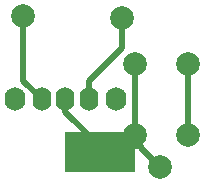
<source format=gbr>
%TF.GenerationSoftware,KiCad,Pcbnew,(7.0.0)*%
%TF.CreationDate,2023-03-08T18:54:55-06:00*%
%TF.ProjectId,Button Board,42757474-6f6e-4204-926f-6172642e6b69,rev?*%
%TF.SameCoordinates,Original*%
%TF.FileFunction,Copper,L2,Bot*%
%TF.FilePolarity,Positive*%
%FSLAX46Y46*%
G04 Gerber Fmt 4.6, Leading zero omitted, Abs format (unit mm)*
G04 Created by KiCad (PCBNEW (7.0.0)) date 2023-03-08 18:54:55*
%MOMM*%
%LPD*%
G01*
G04 APERTURE LIST*
%TA.AperFunction,ComponentPad*%
%ADD10C,2.000000*%
%TD*%
%TA.AperFunction,ComponentPad*%
%ADD11O,1.600000X2.000000*%
%TD*%
%TA.AperFunction,ComponentPad*%
%ADD12O,1.750000X2.000000*%
%TD*%
%TA.AperFunction,ComponentPad*%
%ADD13R,6.000000X3.500000*%
%TD*%
%TA.AperFunction,Conductor*%
%ADD14C,0.500000*%
%TD*%
G04 APERTURE END LIST*
D10*
%TO.P,J3,1,Pin_1*%
%TO.N,Net-(J3-Pin_1)*%
X153919000Y-108389000D03*
%TD*%
%TO.P,J2,1,Pin_1*%
%TO.N,Net-(J2-Pin_1)*%
X150743000Y-95767000D03*
%TD*%
%TO.P,SW2,1,1*%
%TO.N,Net-(J3-Pin_1)*%
X151831000Y-99671000D03*
%TO.P,SW2,2,2*%
%TO.N,Net-(SW2-Pad2)*%
X156331000Y-99671000D03*
%TO.P,SW2,3,3*%
%TO.N,Net-(J3-Pin_1)*%
X151831000Y-105671000D03*
%TO.P,SW2,4,4*%
%TO.N,Net-(SW2-Pad2)*%
X156331000Y-105671000D03*
%TD*%
%TO.P,J1,1,Pin_1*%
%TO.N,Net-(J1-Pin_1)*%
X142365000Y-95652000D03*
%TD*%
D11*
%TO.P,SW1,1,A*%
%TO.N,Net-(J1-Pin_1)*%
X143916999Y-102651999D03*
%TO.P,SW1,2,B*%
%TO.N,Net-(J3-Pin_1)*%
X145916999Y-102651999D03*
%TO.P,SW1,3,C*%
%TO.N,Net-(J2-Pin_1)*%
X147916999Y-102651999D03*
D12*
%TO.P,SW1,4,GND*%
%TO.N,unconnected-(SW1A-GND-Pad4)*%
X141666999Y-102651999D03*
%TO.P,SW1,5,GND*%
%TO.N,unconnected-(SW1A-GND-Pad5)*%
X150166999Y-102651999D03*
%TD*%
D13*
%TO.P,J4,1,Pin_1*%
%TO.N,Net-(J3-Pin_1)*%
X148810999Y-107154999D03*
%TD*%
D14*
%TO.N,Net-(J3-Pin_1)*%
X145917000Y-103761000D02*
X148811000Y-106655000D01*
X145917000Y-102652000D02*
X145917000Y-103761000D01*
X153919000Y-108389000D02*
X152311000Y-106781000D01*
X151831000Y-106175000D02*
X151831000Y-105671000D01*
X148811000Y-106655000D02*
X152311000Y-106655000D01*
X151831000Y-99671000D02*
X151831000Y-105671000D01*
X152311000Y-106655000D02*
X151831000Y-106175000D01*
X152311000Y-106781000D02*
X152311000Y-106655000D01*
%TO.N,Net-(J1-Pin_1)*%
X143917000Y-102652000D02*
X142365000Y-101100000D01*
X142365000Y-101100000D02*
X142365000Y-95652000D01*
%TO.N,Net-(J2-Pin_1)*%
X150743000Y-98326000D02*
X150743000Y-95767000D01*
X147917000Y-102652000D02*
X147917000Y-101152000D01*
X147917000Y-101152000D02*
X150743000Y-98326000D01*
%TO.N,Net-(SW2-Pad2)*%
X156331000Y-105671000D02*
X156331000Y-99671000D01*
%TD*%
M02*

</source>
